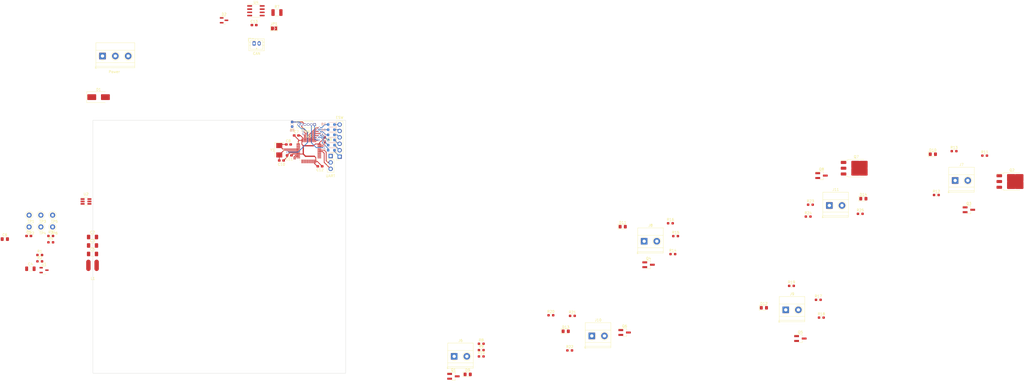
<source format=kicad_pcb>
(kicad_pcb (version 20221018) (generator pcbnew)
  (layers (0 "F.Cu" signal) (31 "B.Cu" signal) (34 "B.Paste" user) (35 "F.Paste" user) (36 "B.SilkS" user "B.Silkscreen") (37 "F.SilkS" user "F.Silkscreen") (38 "B.Mask" user) (39 "F.Mask" user) (44 "Edge.Cuts" user))
  (net 0 "")
  (net 1 "+5V")
  (net 2 "GND")
  (net 3 "+12V")
  (net 4 "Net-(U2-SW)")
  (net 5 "Net-(U2-BS)")
  (net 6 "+3V3")
  (net 7 "Net-(U2-FB)")
  (net 8 "/OSC_IN")
  (net 9 "/OSC_OUT")
  (net 10 "/CANL")
  (net 11 "/CANH")
  (net 12 "Net-(D3-K)")
  (net 13 "/SW3")
  (net 14 "Net-(D4-K)")
  (net 15 "/SW4")
  (net 16 "Net-(D5-K)")
  (net 17 "/SW2")
  (net 18 "Net-(D6-K)")
  (net 19 "/SW5")
  (net 20 "Net-(D7-K)")
  (net 21 "/SW1")
  (net 22 "Net-(D8-K)")
  (net 23 "/SW6")
  (net 24 "/adc0")
  (net 25 "/adc4")
  (net 26 "/adc1")
  (net 27 "/adc2")
  (net 28 "/adc3")
  (net 29 "/adc5")
  (net 30 "/HOT@Always")
  (net 31 "/Rx")
  (net 32 "/Tx")
  (net 33 "/SWCLK")
  (net 34 "/SWDIO")
  (net 35 "Net-(J3-Pin_4)")
  (net 36 "/BOOT0")
  (net 37 "/NRST")
  (net 38 "Net-(J6-Pin_2)")
  (net 39 "/L_pwrX/d")
  (net 40 "Net-(J8-Pin_2)")
  (net 41 "Net-(J9-Pin_2)")
  (net 42 "Net-(J10-Pin_2)")
  (net 43 "/L_pwrX1/d")
  (net 44 "Net-(JP1-B)")
  (net 45 "Net-(Q1-G)")
  (net 46 "/L_pwrX/g")
  (net 47 "Net-(Q4-G)")
  (net 48 "Net-(Q5-G)")
  (net 49 "Net-(Q6-G)")
  (net 50 "/L_pwrX1/g")
  (net 51 "/VEN")
  (net 52 "/T3_Ch1")
  (net 53 "/T2_Ch3")
  (net 54 "/T2_Ch4")
  (net 55 "/T3_Ch2")
  (net 59 "/T3_Ch3")
  (net 60 "/T3_Ch4")
  (net 63 "/CAN_Rx")
  (net 64 "/CAN_Tx")
  (footprint "TestPoint:TestPoint_Loop_D1.80mm_Drill1.0mm_Beaded" (layer "F.Cu") (at 13.4151 100.171)
    (fp_text reference "TP4")
    (fp_text value "12V")
  )
  (footprint "Diode_SMD:D_0805_2012Metric_Pad1.15x1.40mm_HandSolder" (layer "F.Cu") (at 366.1828 71.4248)
    (fp_text reference "D10")
    (fp_text value "MM3Z3V3")
  )
  (footprint "TestPoint:TestPoint_Loop_D1.80mm_Drill1.0mm_Beaded" (layer "F.Cu") (at 8.7651 100.171)
    (fp_text reference "TP2")
    (fp_text value "Gnd")
  )
  (footprint "Resistor_SMD:R_0603_1608Metric_Pad0.98x0.95mm_HandSolder" (layer "F.Cu") (at 12.9651 111.281)
    (fp_text reference "R1")
    (fp_text value "300k")
  )
  (footprint "Package_TO_SOT_SMD:TO-252-3_TabPin2" (layer "F.Cu") (at 397.496 82.2208)
    (fp_text reference "Q2")
    (fp_text value "IRLR7807")
  )
  (footprint "Resistor_SMD:R_0603_1608Metric_Pad0.98x0.95mm_HandSolder" (layer "F.Cu") (at 317.7559 91.3892)
    (fp_text reference "R23")
    (fp_text value "220")
  )
  (footprint "Diode_SMD:D_0805_2012Metric_Pad1.15x1.40mm_HandSolder" (layer "F.Cu") (at 182.2198 158.5038)
    (fp_text reference "D9")
    (fp_text value "MM3Z3V3")
  )
  (footprint "Capacitor_SMD:C_1206_3216Metric_Pad1.33x1.80mm_HandSolder" (layer "F.Cu") (at 33.8451 104.171)
    (fp_text reference "C2")
    (fp_text value "10u")
  )
  (footprint "TestPoint:TestPoint_Loop_D1.80mm_Drill1.0mm_Beaded" (layer "F.Cu") (at 18.0651 95.521)
    (fp_text reference "TP5")
    (fp_text value "5V")
  )
  (footprint "Diode_SMD:D_0805_2012Metric_Pad1.15x1.40mm_HandSolder" (layer "F.Cu") (at 299.3554 132.1562)
    (fp_text reference "D12")
    (fp_text value "MM3Z3V3")
  )
  (footprint "Package_TO_SOT_SMD:SOT-23" (layer "F.Cu") (at 85.8565 18.4658)
    (fp_text reference "D2")
    (fp_text value "PESD1CAN")
  )
  (footprint "Resistor_SMD:R_0603_1608Metric_Pad0.98x0.95mm_HandSolder" (layer "F.Cu") (at 264.4413 103.8098)
    (fp_text reference "R15")
    (fp_text value "10k")
  )
  (footprint "Capacitor_SMD:C_0603_1608Metric_Pad1.08x0.95mm_HandSolder" (layer "F.Cu") (at 97.7425 20.3454)
    (fp_text reference "C13")
    (fp_text value "0.1")
  )
  (footprint "Package_TO_SOT_SMD:SOT-23_Handsoldering" (layer "F.Cu") (at 244.2704 141.9352)
    (fp_text reference "Q6")
    (fp_text value "AO3407")
  )
  (footprint "Package_TO_SOT_SMD:SOT-23_Handsoldering" (layer "F.Cu") (at 380.4398 93.3958)
    (fp_text reference "Q3")
    (fp_text value "AO3407")
  )
  (footprint "Package_TO_SOT_SMD:TO-252-3_TabPin2" (layer "F.Cu") (at 335.901 76.961)
    (fp_text reference "Q7")
    (fp_text value "IRLR7807")
  )
  (footprint "Capacitor_SMD:C_1206_3216Metric_Pad1.33x1.80mm_HandSolder" (layer "F.Cu") (at 33.8451 107.521)
    (fp_text reference "C3")
    (fp_text value "1u")
  )
  (footprint "Jumper:SolderJumper-2_P1.3mm_Open_TrianglePad1.0x1.5mm" (layer "F.Cu") (at 105.627 21.6662)
    (fp_text reference "JP1")
    (fp_text value "Term")
  )
  (footprint "TestPoint:TestPoint_Loop_D1.80mm_Drill1.0mm_Beaded" (layer "F.Cu") (at 18.0651 100.171)
    (fp_text reference "TP6")
    (fp_text value "3V3")
  )
  (footprint "TerminalBlock_Phoenix:TerminalBlock_Phoenix_MKDS-1,5-2_1x02_P5.00mm_Horizontal" (layer "F.Cu") (at 252.008 105.842)
    (fp_text reference "J8")
    (fp_text value "Lamp")
  )
  (footprint "TestPoint:TestPoint_Loop_D1.80mm_Drill1.0mm_Beaded" (layer "F.Cu") (at 8.7651 95.521)
    (fp_text reference "TP1")
    (fp_text value "Gnd")
  )
  (footprint "Capacitor_SMD:C_0603_1608Metric_Pad1.08x0.95mm_HandSolder" (layer "F.Cu") (at 8.6151 103.751)
    (fp_text reference "C1")
    (fp_text value "0.1")
  )
  (footprint "Package_TO_SOT_SMD:SOT-23_Handsoldering" (layer "F.Cu") (at 322.1468 79.883)
    (fp_text reference "Q8")
    (fp_text value "AO3407")
  )
  (footprint "Crystal:Crystal_SMD_5032-2Pin_5.0x3.2mm" (layer "F.Cu") (at 107.696 69.85 -90)
    (fp_text reference "Y1")
    (fp_text value "NX5032GA-8MHz")
  )
  (footprint "Package_TO_SOT_SMD:SOT-23_Handsoldering" (layer "F.Cu") (at 253.7446 115.1382)
    (fp_text reference "Q4")
    (fp_text value "AO3407")
  )
  (footprint "TerminalBlock_Phoenix:TerminalBlock_Phoenix_MKDS-1,5-2_1x02_P5.00mm_Horizontal" (layer "F.Cu") (at 325.2508 91.694)
    (fp_text reference "J11")
    (fp_text value "Lamp")
  )
  (footprint "Resistor_SMD:R_0603_1608Metric_Pad0.98x0.95mm_HandSolder" (layer "F.Cu") (at 17.3151 103.751)
    (fp_text reference "R3")
    (fp_text value "19k")
  )
  (footprint "Package_QFP:LQFP-48_7x7mm_P0.5mm" (layer "F.Cu") (at 119.38 70.104)
    (fp_text reference "U3")
    (fp_text value "STM32F103C6Tx")
  )
  (footprint "TerminalBlock_Phoenix:TerminalBlock_Phoenix_MKDS-1,5-2_1x02_P5.00mm_Horizontal" (layer "F.Cu") (at 375.0056 81.8134)
    (fp_text reference "J7")
    (fp_text value "Lamp")
  )
  (footprint "Capacitor_SMD:C_0805_2012Metric_Pad1.18x1.45mm_HandSolder" (layer "F.Cu") (at -0.8449 104.991)
    (fp_text reference "C6")
    (fp_text value "22")
  )
  (footprint "Resistor_SMD:R_0603_1608Metric_Pad0.98x0.95mm_HandSolder" (layer "F.Cu") (at 215.1145 135.1026)
    (fp_text reference "R20")
    (fp_text value "100")
  )
  (footprint "Resistor_SMD:R_0603_1608Metric_Pad0.98x0.95mm_HandSolder" (layer "F.Cu") (at 386.6661 71.9836)
    (fp_text reference "R11")
    (fp_text value "220")
  )
  (footprint "Resistor_SMD:R_0603_1608Metric_Pad0.98x0.95mm_HandSolder" (layer "F.Cu") (at 316.8669 96.0882)
    (fp_text reference "R24")
    (fp_text value "10k")
  )
  (footprint "Package_SO:SOIC-8_3.9x4.9mm_P1.27mm" (layer "F.Cu") (at 98.4638 14.6812)
    (fp_text reference "U4")
    (fp_text value "TJA1050")
  )
  (footprint "Capacitor_SMD:C_0603_1608Metric_Pad1.08x0.95mm_HandSolder" (layer "F.Cu") (at 111.6595 71.882 180)
    (fp_text reference "C11")
    (fp_text value "0.1")
  )
  (footprint "Resistor_SMD:R_1210_3225Metric_Pad1.30x2.65mm_HandSolder" (layer "F.Cu") (at 106.7832 15.3924)
    (fp_text reference "R7")
    (fp_text value "120")
  )
  (footprint "TerminalBlock_Phoenix:TerminalBlock_Phoenix_MKDS-1,5-2_1x02_P5.00mm_Horizontal" (layer "F.Cu") (at 308.0004 132.969)
    (fp_text reference "J9")
    (fp_text value "Lamp")
  )
  (footprint "Connector_PinSocket_2.54mm:PinSocket_1x06_P2.54mm_Vertical" (layer "F.Cu") (at 131.572 72.39 180)
    (fp_text reference "J5" hide)
    (fp_text value "ESW")
  )
  (footprint "TerminalBlock_Phoenix:TerminalBlock_Phoenix_MKDS-1,5-2_1x02_P5.00mm_Horizontal" (layer "F.Cu") (at 176.8748 151.3588)
    (fp_text reference "J6")
    (fp_text value "Lamp")
  )
  (footprint "Resistor_SMD:R_0603_1608Metric_Pad0.98x0.95mm_HandSolder" (layer "F.Cu") (at 187.5748 148.8888)
    (fp_text reference "R9")
    (fp_text value "10k")
  )
  (footprint "Package_TO_SOT_SMD:SOT-23-3" (layer "F.Cu") (at 14.6651 117.271)
    (fp_text reference "U1")
    (fp_text value "XC6206PxxxMR")
  )
  (footprint "Resistor_SMD:R_0603_1608Metric_Pad0.98x0.95mm_HandSolder" (layer "F.Cu") (at 112.776 59.5865 90)
    (fp_text reference "R5")
    (fp_text value "6.8")
  )
  (footprint "Diode_SMD:D_0805_2012Metric_Pad1.15x1.40mm_HandSolder" (layer "F.Cu") (at 243.5262 100.076)
    (fp_text reference "D11")
    (fp_text value "MM3Z3V3")
  )
  (footprint "Connector_PinSocket_2.54mm:PinSocket_1x03_P2.54mm_Vertical" (layer "F.Cu") (at 128.016 72.136)
    (fp_text reference "J2" hide)
    (fp_text value "UART")
  )
  (footprint "Package_TO_SOT_SMD:SOT-23_Handsoldering" (layer "F.Cu") (at 176.5748 159.2588)
    (fp_text reference "Q1")
    (fp_text value "AO3407")
  )
  (footprint "Resistor_SMD:R_0603_1608Metric_Pad0.98x0.95mm_HandSolder" (layer "F.Cu") (at 337.4663 94.996)
    (fp_text reference "R25")
    (fp_text value "100k")
  )
  (footprint "Resistor_SMD:R_0603_1608Metric_Pad0.98x0.95mm_HandSolder" (layer "F.Cu") (at 262.3839 98.7298)
    (fp_text reference "R16")
    (fp_text value "100k")
  )
  (footprint "Resistor_SMD:R_0603_1608Metric_Pad0.98x0.95mm_HandSolder" (layer "F.Cu") (at 374.5757 70.2056)
    (fp_text reference "R13")
    (fp_text value "100k")
  )
  (footprint "Resistor_SMD:R_0603_1608Metric_Pad0.98x0.95mm_HandSolder" (layer "F.Cu") (at 187.5748 151.3988)
    (fp_text reference "R10")
    (fp_text value "100k")
  )
  (footprint "Resistor_SMD:R_0603_1608Metric_Pad0.98x0.95mm_HandSolder" (layer "F.Cu") (at 17.3151 106.261)
    (fp_text reference "R4")
    (fp_text value "100k")
  )
  (footprint "TestPoint:TestPoint_Loop_D1.80mm_Drill1.0mm_Beaded" (layer "F.Cu") (at 13.4151 95.521)
    (fp_text reference "TP3")
    (fp_text value "Gnd")
  )
  (footprint "Capacitor_SMD:C_1206_3216Metric" (layer "F.Cu") (at 9.2651 116.721)
    (fp_text reference "C4")
    (fp_text value "47u")
  )
  (footprint "Package_TO_SOT_SMD:SOT-23-6_Handsoldering" (layer "F.Cu") (at 31.2651 90.111)
    (fp_text reference "U2")
    (fp_text value "MT1470")
  )
  (footprint "Resistor_SMD:R_0603_1608Metric_Pad0.98x0.95mm_HandSolder" (layer "F.Cu") (at 223.6235 135.3566)
    (fp_text reference "R21")
    (fp_text value "10k")
  )
  (footprint "Diode_SMD:D_0805_2012Metric_Pad1.15x1.40mm_HandSolder" (layer "F.Cu") (at 220.989 141.4526)
    (fp_text reference "D13")
    (fp_text value "MM3Z3V3")
  )
  (footprint "Diode_SMD:D_0805_2012Metric_Pad1.15x1.40mm_HandSolder" (layer "F.Cu") (at 338.7 89.0016)
    (fp_text reference "D14")
    (fp_text value "MM3Z3V3")
  )
  (footprint "Resistor_SMD:R_0603_1608Metric_Pad0.98x0.95mm_HandSolder" (layer "F.Cu") (at 320.8801 129.0066)
    (fp_text reference "R17")
    (fp_text value "100")
  )
  (footprint "TerminalBlock_Phoenix:TerminalBlock_Phoenix_MKDS-1,5-2_1x02_P5.00mm_Horizontal" (layer "F.Cu") (at 231.307 143.2816)
    (fp_text reference "J10")
    (fp_text value "Lamp")
  )
  (footprint "Resistor_SMD:R_0603_1608Metric_Pad0.98x0.95mm_HandSolder" (layer "F.Cu") (at 187.5748 146.3788)
    (fp_text reference "R8")
    (fp_text value "100")
  )
  (footprint "Capacitor_SMD:C_0603_1608Metric_Pad1.08x0.95mm_HandSolder" (layer "F.Cu") (at 111.3525 67.564)
    (fp_text reference "C8")
    (fp_text value "6")
  )
  (footprint "Resistor_SMD:R_0603_1608Metric_Pad0.98x0.95mm_HandSolder" (layer "F.Cu") (at 222.5567 149.0218)
    (fp_text reference "R22")
    (fp_text value "100k")
  )
  (footprint "Capacitor_SMD:C_0603_1608Metric_Pad1.08x0.95mm_HandSolder" (layer "F.Cu") (at 114.4535 64.008)
    (fp_text reference "C7")
    (fp_text value "0.1")
  )
  (footprint "TerminalBlock_Phoenix:TerminalBlock_Phoenix_MKDS-1,5-3-5.08_1x03_P5.08mm_Horizontal" (layer "F.Cu") (at 37.7902 32.5884)
    (fp_text reference "J1" hide)
    (fp_text value "Power")
  )
  (footprint "Resistor_SMD:R_0603_1608Metric_Pad0.98x0.95mm_HandSolder" (layer "F.Cu") (at 263.3491 110.9218)
    (fp_text reference "R14")
    (fp_text value "100")
  )
  (footprint "Capacitor_SMD:C_0603_1608Metric_Pad1.08x0.95mm_HandSolder" (layer "F.Cu") (at 108.5585 73.914)
    (fp_text reference "C10")
    (fp_text value "6")
  )
  (footprint "Connector_JST:JST_PH_B2B-PH-K_1x02_P2.00mm_Vertical" (layer "F.Cu") (at 97.748 27.6098)
    (fp_text reference "J4" hide)
    (fp_text value "CAN")
  )
  (footprint "Connector_PinSocket_1.27mm:PinSocket_1x06_P1.27mm_Vertical" (layer "F.Cu") (at 121.666 59.69 -90)
    (fp_text reference "J3" hide)
    (fp_text value "Prog")
  )
  (footprint "Diode_SMD:D_SMB_Handsoldering" (layer "F.Cu") (at 36.2382 48.8442)
    (fp_text reference "D1")
    (fp_text value "SMBJ18A")
  )
  (footprint "kicad:cd43" (layer "F.Cu") (at 33.8401 115.371)
    (fp_text reference "L1")
    (fp_text value "10u")
  )
  (footprint "Capacitor_SMD:C_1206_3216Metric_Pad1.33x1.80mm_HandSolder" (layer "F.Cu") (at 33.8451 110.871)
    (fp_text reference "C5")
    (fp_text value "47u")
  )
  (footprint "Capacitor_SMD:C_0603_1608Metric_Pad1.08x0.95mm_HandSolder" (layer "F.Cu") (at 123.7985 76.2 180)
    (fp_text reference "C12")
    (fp_text value "0.1")
  )
  (footprint "Resistor_SMD:R_0603_1608Metric_Pad0.98x0.95mm_HandSolder" (layer "F.Cu") (at 12.9651 113.791)
    (fp_text reference "R2")
    (fp_text value "100k")
  )
  (footprint "Capacitor_SMD:C_0603_1608Metric_Pad1.08x0.95mm_HandSolder" (layer "F.Cu") (at 125.73 65.6325 -90)
    (fp_text reference "C9")
    (fp_text value "0.1")
  )
  (footprint "Resistor_SMD:R_0603_1608Metric_Pad0.98x0.95mm_HandSolder" (layer "F.Cu") (at 367.5653 87.5538)
    (fp_text reference "R12")
    (fp_text value "10k")
  )
  (footprint "Package_TO_SOT_SMD:SOT-23_Handsoldering" (layer "F.Cu") (at 313.7902 144.3228)
    (fp_text reference "Q5")
    (fp_text value "AO3407")
  )
  (footprint "Resistor_SMD:R_0603_1608Metric_Pad0.98x0.95mm_HandSolder" (layer "F.Cu") (at 322.0739 136.0424)
    (fp_text reference "R18")
    (fp_text value "10k")
  )
  (footprint "Resistor_SMD:R_0603_1608Metric_Pad0.98x0.95mm_HandSolder" (layer "F.Cu") (at 310.2629 123.4948)
    (fp_text reference "R19")
    (fp_text value "100k")
  )
  (footprint "Diode_SMD:D_SOD-323_HandSoldering" (layer "B.Cu") (at 128.25 63.754 180)
    (fp_text reference "D4")
    (fp_text value "1N5819")
  )
  (footprint "Diode_SMD:D_SOD-323_HandSoldering" (layer "B.Cu") (at 128.27 61.722 180)
    (fp_text reference "D6")
    (fp_text value "1N5819")
  )
  (footprint "Diode_SMD:D_SOD-323_HandSoldering" (layer "B.Cu") (at 128.27 59.69 180)
    (fp_text reference "D8")
    (fp_text value "1N5819")
  )
  (footprint "Resistor_SMD:R_0603_1608Metric_Pad0.98x0.95mm_HandSolder" (layer "B.Cu") (at 112.776 59.5865 90)
    (fp_text reference "R6")
    (fp_text value "10k")
  )
  (footprint "Diode_SMD:D_SOD-323_HandSoldering" (layer "B.Cu") (at 128.27 69.85 180)
    (fp_text reference "D7")
    (fp_text value "1N5819")
  )
  (footprint "Diode_SMD:D_SOD-323_HandSoldering" (layer "B.Cu") (at 128.29 65.786 180)
    (fp_text reference "D3")
    (fp_text value "1N5819")
  )
  (footprint "Diode_SMD:D_SOD-323_HandSoldering" (layer "B.Cu") (at 128.29 67.818 180)
    (fp_text reference "D5")
    (fp_text value "1N5819")
  )
  (gr_rect (start 34 58) (end 134 158) (stroke (width 0.1)) (fill none) (layer "Edge.Cuts"))
  (segment (start 116.035041 64.008) (end 115.316 64.008) (width 0.3) (layer "F.Cu") (net 2))
  (segment (start 122.724959 76.2) (end 122.936 76.2) (width 0.3) (layer "F.Cu") (net 2))
  (segment (start 121.63 75.105041) (end 122.724959 76.2) (width 0.3) (layer "F.Cu") (net 2))
  (segment (start 110.797 72.538) (end 109.421 73.914) (width 0.3) (layer "F.Cu") (net 2))
  (segment (start 123.5425 67.854) (end 125.059 67.854) (width 0.3) (layer "F.Cu") (net 2))
  (segment (start 125.73 67.183) (end 125.059 67.854) (width 0.3) (layer "F.Cu") (net 2))
  (segment (start 121.63 74.2665) (end 121.63 75.105041) (width 0.3) (layer "F.Cu") (net 2))
  (segment (start 110.797 71.882) (end 110.797 72.538) (width 0.3) (layer "F.Cu") (net 2))
  (segment (start 125.73 66.495) (end 125.73 67.183) (width 0.3) (layer "F.Cu") (net 2))
  (segment (start 117.13 65.9415) (end 117.13 65.102959) (width 0.3) (layer "F.Cu") (net 2))
  (segment (start 111.825 70.854) (end 110.797 71.882) (width 0.3) (layer "F.Cu") (net 2))
  (segment (start 115.2175 70.854) (end 111.825 70.854) (width 0.3) (layer "F.Cu") (net 2))
  (segment (start 117.13 65.102959) (end 116.035041 64.008) (width 0.3) (layer "F.Cu") (net 2))
  (segment (start 122.13 72.7524) (end 121.6152 72.2376) (width 0.3) (layer "F.Cu") (net 6))
  (segment (start 117.1902 71.354) (end 117.1956 71.3486) (width 0.3) (layer "F.Cu") (net 6))
  (segment (start 115.5245 65.9415) (end 116.63 65.9415) (width 0.3) (layer "F.Cu") (net 6))
  (segment (start 116.63 67.5064) (end 117.1956 68.072) (width 0.3) (layer "F.Cu") (net 6))
  (segment (start 118.0846 72.2376) (end 121.6152 72.2376) (width 0.5) (layer "F.Cu") (net 6))
  (segment (start 121.2596 68.072) (end 117.1956 68.072) (width 0.5) (layer "F.Cu") (net 6))
  (segment (start 123.5425 67.354) (end 121.9776 67.354) (width 0.3) (layer "F.Cu") (net 6))
  (segment (start 122.13 74.2665) (end 122.7275 74.2665) (width 0.3) (layer "F.Cu") (net 6))
  (segment (start 115.2175 66.2485) (end 115.5245 65.9415) (width 0.3) (layer "F.Cu") (net 6))
  (segment (start 123.5425 66.9575) (end 123.5425 67.354) (width 0.3) (layer "F.Cu") (net 6))
  (segment (start 115.2175 71.354) (end 113.05 71.354) (width 0.3) (layer "F.Cu") (net 6))
  (segment (start 115.2175 67.354) (end 115.2175 66.2485) (width 0.3) (layer "F.Cu") (net 6))
  (segment (start 122.13 74.2665) (end 122.13 72.7524) (width 0.3) (layer "F.Cu") (net 6))
  (segment (start 113.05 71.354) (end 112.522 71.882) (width 0.3) (layer "F.Cu") (net 6))
  (segment (start 113.591 64.008) (end 115.5245 65.9415) (width 0.3) (layer "F.Cu") (net 6))
  (segment (start 116.63 65.9415) (end 116.63 67.5064) (width 0.3) (layer "F.Cu") (net 6))
  (segment (start 115.2175 71.354) (end 117.1902 71.354) (width 0.3) (layer "F.Cu") (net 6))
  (segment (start 117.1956 68.072) (end 117.1956 71.3486) (width 0.5) (layer "F.Cu") (net 6))
  (segment (start 125.73 64.77) (end 123.5425 66.9575) (width 0.3) (layer "F.Cu") (net 6))
  (segment (start 117.1956 71.3486) (end 118.0846 72.2376) (width 0.5) (layer "F.Cu") (net 6))
  (segment (start 121.9776 67.354) (end 121.2596 68.072) (width 0.3) (layer "F.Cu") (net 6))
  (segment (start 122.7275 74.2665) (end 124.661 76.2) (width 0.3) (layer "F.Cu") (net 6))
  (segment (start 108.132 67.564) (end 107.696 68) (width 0.3) (layer "F.Cu") (net 8))
  (segment (start 109.05 69.354) (end 107.696 68) (width 0.3) (layer "F.Cu") (net 8))
  (segment (start 110.49 67.564) (end 108.132 67.564) (width 0.3) (layer "F.Cu") (net 8))
  (segment (start 115.2175 69.354) (end 109.05 69.354) (width 0.3) (layer "F.Cu") (net 8))
  (segment (start 115.2175 69.854) (end 109.542 69.854) (width 0.3) (layer "F.Cu") (net 9))
  (segment (start 107.696 71.7) (end 107.696 73.914) (width 0.3) (layer "F.Cu") (net 9))
  (segment (start 109.542 69.854) (end 107.696 71.7) (width 0.3) (layer "F.Cu") (net 9))
  (segment (start 131.572 67.31) (end 131.064 67.31) (width 0.3) (layer "B.Cu") (net 12))
  (segment (start 131.064 67.31) (end 129.54 65.786) (width 0.3) (layer "B.Cu") (net 12))
  (segment (start 122.072747 63.246) (end 124.3076 63.246) (width 0.3) (layer "F.Cu") (net 13))
  (segment (start 120.63 64.688747) (end 122.072747 63.246) (width 0.3) (layer "F.Cu") (net 13))
  (segment (start 120.63 65.9415) (end 120.63 64.688747) (width 0.3) (layer "F.Cu") (net 13))
  (via (at 124.3076 63.246) (size 0.8) (drill 0.6) (layers "F.Cu" "B.Cu") (net 13))
  (segment (start 126.8476 65.786) (end 127.04 65.786) (width 0.3) (layer "B.Cu") (net 13))
  (segment (start 124.3076 63.246) (end 126.8476 65.786) (width 0.3) (layer "B.Cu") (net 13))
  (segment (start 130.556 63.754) (end 131.572 64.77) (width 0.3) (layer "B.Cu") (net 14))
  (segment (start 129.5 63.754) (end 130.556 63.754) (width 0.3) (layer "B.Cu") (net 14))
  (segment (start 120.13 64.481641) (end 122.127641 62.484) (width 0.3) (layer "F.Cu") (net 15))
  (segment (start 120.13 65.9415) (end 120.13 64.481641) (width 0.3) (layer "F.Cu") (net 15))
  (segment (start 122.127641 62.484) (end 123.5202 62.484) (width 0.3) (layer "F.Cu") (net 15))
  (via (at 123.5202 62.484) (size 0.8) (drill 0.6) (layers "F.Cu" "B.Cu") (net 15))
  (segment (start 123.5202 62.484) (end 124.841 62.484) (width 0.3) (layer "B.Cu") (net 15))
  (segment (start 127 63.754) (end 126.111 63.754) (width 0.3) (layer "B.Cu") (net 15))
  (segment (start 126.111 63.754) (end 124.841 62.484) (width 0.3) (layer "B.Cu") (net 15))
  (segment (start 131.572 69.85) (end 129.54 67.818) (width 0.3) (layer "B.Cu") (net 16))
  (segment (start 121.13 65.9415) (end 121.13 64.895853) (width 0.3) (layer "F.Cu") (net 17))
  (segment (start 121.13 64.895853) (end 122.017853 64.008) (width 0.3) (layer "F.Cu") (net 17))
  (segment (start 122.017853 64.008) (end 123.5456 64.008) (width 0.3) (layer "F.Cu") (net 17))
  (via (at 123.5456 64.008) (size 0.8) (drill 0.6) (layers "F.Cu" "B.Cu") (net 17))
  (segment (start 125.222 66) (end 125.222 65.024) (width 0.3) (layer "B.Cu") (net 17))
  (segment (start 124.206 64.008) (end 123.5456 64.008) (width 0.3) (layer "B.Cu") (net 17))
  (segment (start 127.04 67.818) (end 125.222 66) (width 0.3) (layer "B.Cu") (net 17))
  (segment (start 125.222 65.024) (end 124.206 64.008) (width 0.3) (layer "B.Cu") (net 17))
  (segment (start 131.064 61.722) (end 131.572 62.23) (width 0.3) (layer "B.Cu") (net 18))
  (segment (start 129.52 61.722) (end 131.064 61.722) (width 0.3) (layer "B.Cu") (net 18))
  (segment (start 119.63 65.9415) (end 119.63 64.274535) (width 0.3) (layer "F.Cu") (net 19))
  (segment (start 122.182535 61.722) (end 122.682 61.722) (width 0.3) (layer "F.Cu") (net 19))
  (segment (start 119.63 64.274535) (end 122.182535 61.722) (width 0.3) (layer "F.Cu") (net 19))
  (via (at 122.682 61.722) (size 0.8) (drill 0.6) (layers "F.Cu" "B.Cu") (net 19))
  (segment (start 127.02 61.722) (end 122.682 61.722) (width 0.3) (layer "B.Cu") (net 19))
  (segment (start 129.52 69.85) (end 129.52 70.338) (width 0.3) (layer "B.Cu") (net 20))
  (segment (start 129.52 70.338) (end 131.572 72.39) (width 0.3) (layer "B.Cu") (net 20))
  (segment (start 121.63 65.9415) (end 121.63 65.102959) (width 0.3) (layer "F.Cu") (net 21))
  (segment (start 121.63 65.102959) (end 121.972787 64.760172) (width 0.3) (layer "F.Cu") (net 21))
  (segment (start 121.972787 64.760172) (end 122.701012 64.760172) (width 0.3) (layer "F.Cu") (net 21))
  (via (at 122.701012 64.760172) (size 0.8) (drill 0.6) (layers "F.Cu" "B.Cu") (net 21))
  (segment (start 124.714 66.5988) (end 124.714 65.2526) (width 0.3) (layer "B.Cu") (net 21))
  (segment (start 127.02 69.2096) (end 124.714 66.9036) (width 0.3) (layer "B.Cu") (net 21))
  (segment (start 124.714 65.2526) (end 124.221572 64.760172) (width 0.3) (layer "B.Cu") (net 21))
  (segment (start 124.714 66.9036) (end 124.714 66.5988) (width 0.3) (layer "B.Cu") (net 21))
  (segment (start 127.02 69.85) (end 127.02 69.2096) (width 0.3) (layer "B.Cu") (net 21))
  (segment (start 124.221572 64.760172) (end 122.701012 64.760172) (width 0.3) (layer "B.Cu") (net 21))
  (segment (start 129.52 59.69) (end 131.572 59.69) (width 0.3) (layer "B.Cu") (net 22))
  (segment (start 119.13 65.9415) (end 119.13 64.067429) (width 0.3) (layer "F.Cu") (net 23))
  (segment (start 122.237429 60.96) (end 123.5456 60.96) (width 0.3) (layer "F.Cu") (net 23))
  (segment (start 119.13 64.067429) (end 122.237429 60.96) (width 0.3) (layer "F.Cu") (net 23))
  (via (at 123.5456 60.96) (size 0.8) (drill 0.6) (layers "F.Cu" "B.Cu") (net 23))
  (segment (start 123.5456 60.96) (end 124.46 60.96) (width 0.3) (layer "B.Cu") (net 23))
  (segment (start 125.73 59.69) (end 124.46 60.96) (width 0.3) (layer "B.Cu") (net 23))
  (segment (start 127.02 59.69) (end 125.73 59.69) (width 0.3) (layer "B.Cu") (net 23))
  (segment (start 115.2175 71.854) (end 114.171853 71.854) (width 0.3) (layer "F.Cu") (net 24))
  (segment (start 113.538 72.487853) (end 113.538 73.406) (width 0.3) (layer "F.Cu") (net 24))
  (segment (start 114.171853 71.854) (end 113.538 72.487853) (width 0.3) (layer "F.Cu") (net 24))
  (segment (start 114.046 72.686959) (end 114.046 73.406) (width 0.3) (layer "F.Cu") (net 26))
  (segment (start 115.2175 72.354) (end 114.378959 72.354) (width 0.3) (layer "F.Cu") (net 26))
  (segment (start 114.378959 72.354) (end 114.046 72.686959) (width 0.3) (layer "F.Cu") (net 26))
  (segment (start 128.016 74.676) (end 126.9238 74.676) (width 0.3) (layer "F.Cu") (net 31))
  (segment (start 126.2634 74.0156) (end 126.2634 70.5866) (width 0.3) (layer "F.Cu") (net 31))
  (segment (start 126.9238 74.676) (end 126.2634 74.0156) (width 0.3) (layer "F.Cu") (net 31))
  (segment (start 125.5308 69.854) (end 123.5425 69.854) (width 0.3) (layer "F.Cu") (net 31))
  (segment (start 126.2634 70.5866) (end 125.5308 69.854) (width 0.3) (layer "F.Cu") (net 31))
  (segment (start 123.5425 70.354) (end 124.7862 70.354) (width 0.3) (layer "F.Cu") (net 32))
  (segment (start 124.7862 70.354) (end 125.476 71.0438) (width 0.3) (layer "F.Cu") (net 32))
  (segment (start 125.476 71.0438) (end 125.476 74.676) (width 0.3) (layer "F.Cu") (net 32))
  (segment (start 125.476 74.676) (end 128.016 77.216) (width 0.3) (layer "F.Cu") (net 32))
  (segment (start 123.2885 65.9415) (end 123.444 65.786) (width 0.3) (layer "F.Cu") (net 33))
  (segment (start 122.13 65.9415) (end 123.2885 65.9415) (width 0.3) (layer "F.Cu") (net 33))
  (via (at 123.444 65.786) (size 0.8) (drill 0.6) (layers "F.Cu" "B.Cu") (net 33))
  (segment (start 121.666 59.69) (end 121.666 65.278) (width 0.3) (layer "B.Cu") (net 33))
  (segment (start 121.666 65.278) (end 122.174 65.786) (width 0.3) (layer "B.Cu") (net 33))
  (segment (start 123.444 65.786) (end 122.174 65.786) (width 0.3) (layer "B.Cu") (net 33))
  (segment (start 124.9452 68.354) (end 125.3998 68.8086) (width 0.3) (layer "F.Cu") (net 34))
  (segment (start 123.5425 68.354) (end 124.9452 68.354) (width 0.3) (layer "F.Cu") (net 34))
  (via (at 125.3998 68.8086) (size 0.8) (drill 0.6) (layers "F.Cu" "B.Cu") (net 34))
  (segment (start 120.396 59.69) (end 120.396 66.8782) (width 0.3) (layer "B.Cu") (net 34))
  (segment (start 120.396 66.8782) (end 122.3264 68.8086) (width 0.3) (layer "B.Cu") (net 34))
  (segment (start 125.3998 68.8086) (end 122.3264 68.8086) (width 0.3) (layer "B.Cu") (net 34))
  (segment (start 112.776 58.674) (end 116.84 58.674) (width 0.3) (layer "F.Cu") (net 35))
  (segment (start 116.84 58.674) (end 117.856 59.69) (width 0.3) (layer "F.Cu") (net 35))
  (segment (start 116.586 60.6044) (end 118.63 62.6484) (width 0.3) (layer "F.Cu") (net 36))
  (segment (start 118.63 62.6484) (end 118.63 65.9415) (width 0.3) (layer "F.Cu") (net 36))
  (segment (start 116.586 59.69) (end 116.586 60.6044) (width 0.3) (layer "F.Cu") (net 36))
  (segment (start 112.776 58.674) (end 115.57 58.674) (width 0.3) (layer "B.Cu") (net 36))
  (segment (start 115.57 58.674) (end 116.586 59.69) (width 0.3) (layer "B.Cu") (net 36))
  (segment (start 111.1205 70.354) (end 110.871 70.6035) (width 0.3) (layer "F.Cu") (net 37))
  (segment (start 115.2175 70.354) (end 111.1205 70.354) (width 0.3) (layer "F.Cu") (net 37))
  (via (at 110.871 70.6035) (size 0.8) (drill 0.6) (layers "F.Cu" "B.Cu") (net 37))
  (segment (start 118.9228 62.6872) (end 117.5766 61.341) (width 0.3) (layer "B.Cu") (net 37))
  (segment (start 115.316 59.69) (end 115.316 60.198) (width 0.3) (layer "B.Cu") (net 37))
  (segment (start 116.459 61.341) (end 117.5766 61.341) (width 0.3) (layer "B.Cu") (net 37))
  (segment (start 110.871 70.6035) (end 115.0959 70.6035) (width 0.3) (layer "B.Cu") (net 37))
  (segment (start 115.0959 70.6035) (end 118.9228 66.7766) (width 0.3) (layer "B.Cu") (net 37))
  (segment (start 115.316 60.198) (end 116.459 61.341) (width 0.3) (layer "B.Cu") (net 37))
  (segment (start 118.9228 66.7766) (end 118.9228 62.6872) (width 0.3) (layer "B.Cu") (net 37))
  (segment (start 118.13 65.9415) (end 118.13 63.208354) (width 0.3) (layer "F.Cu") (net 63))
  (segment (start 118.13 63.208354) (end 117.122823 62.201177) (width 0.3) (layer "F.Cu") (net 63))
  (via (at 117.122823 62.201177) (size 0.8) (drill 0.6) (layers "F.Cu" "B.Cu") (net 63))
  (segment (start 117.63 63.8582) (end 117.1448 63.373) (width 0.3) (layer "F.Cu") (net 64))
  (segment (start 117.63 65.9415) (end 117.63 63.8582) (width 0.3) (layer "F.Cu") (net 64))
  (via (at 117.1448 63.373) (size 0.8) (drill 0.6) (layers "F.Cu" "B.Cu") (net 64))
)
</source>
